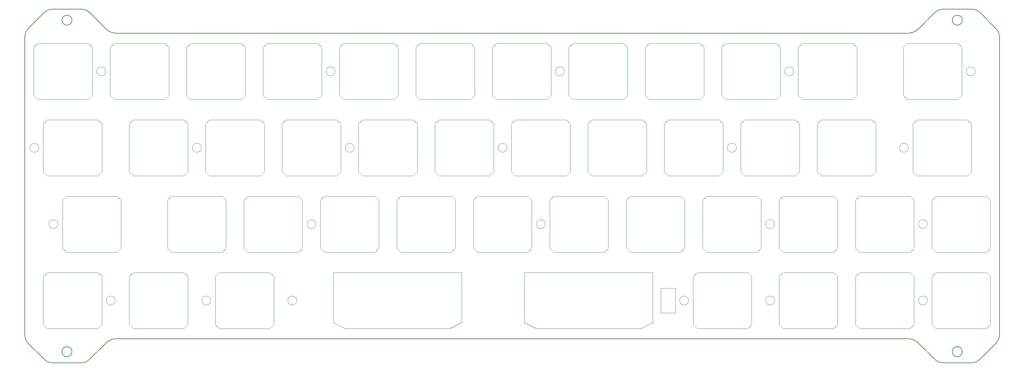
<source format=gbr>
%TF.GenerationSoftware,KiCad,Pcbnew,8.0.5*%
%TF.CreationDate,2024-11-10T15:20:17+01:00*%
%TF.ProjectId,plate split,706c6174-6520-4737-906c-69742e6b6963,rev?*%
%TF.SameCoordinates,Original*%
%TF.FileFunction,Profile,NP*%
%FSLAX46Y46*%
G04 Gerber Fmt 4.6, Leading zero omitted, Abs format (unit mm)*
G04 Created by KiCad (PCBNEW 8.0.5) date 2024-11-10 15:20:17*
%MOMM*%
%LPD*%
G01*
G04 APERTURE LIST*
%TA.AperFunction,Profile*%
%ADD10C,0.200000*%
%TD*%
%TA.AperFunction,Profile*%
%ADD11C,0.100000*%
%TD*%
%TA.AperFunction,Profile*%
%ADD12C,0.120000*%
%TD*%
G04 APERTURE END LIST*
D10*
X45833878Y-21431250D02*
X243091122Y-21431250D01*
X39095133Y-16214739D02*
X43235261Y-20354867D01*
X27942367Y-16214739D02*
G75*
G02*
X29833878Y-15431249I1891533J-1891561D01*
G01*
D11*
X247978782Y-69056250D02*
G75*
G02*
X245733718Y-69056250I-1122532J0D01*
G01*
X245733718Y-69056250D02*
G75*
G02*
X247978782Y-69056250I1122532J0D01*
G01*
X243216282Y-50006250D02*
G75*
G02*
X240971218Y-50006250I-1122532J0D01*
G01*
X240971218Y-50006250D02*
G75*
G02*
X243216282Y-50006250I1122532J0D01*
G01*
X105103782Y-50006250D02*
G75*
G02*
X102858718Y-50006250I-1122532J0D01*
G01*
X102858718Y-50006250D02*
G75*
G02*
X105103782Y-50006250I1122532J0D01*
G01*
X152728782Y-69056250D02*
G75*
G02*
X150483718Y-69056250I-1122532J0D01*
G01*
X150483718Y-69056250D02*
G75*
G02*
X152728782Y-69056250I1122532J0D01*
G01*
D10*
X27942367Y-102847761D02*
X23802239Y-98707633D01*
X256656122Y-18181250D02*
G75*
G02*
X254156122Y-18181250I-1250000J0D01*
G01*
X254156122Y-18181250D02*
G75*
G02*
X256656122Y-18181250I1250000J0D01*
G01*
D11*
X26522532Y-50006250D02*
G75*
G02*
X24277468Y-50006250I-1122532J0D01*
G01*
X24277468Y-50006250D02*
G75*
G02*
X26522532Y-50006250I1122532J0D01*
G01*
D10*
X45833878Y-21431250D02*
G75*
G02*
X43235261Y-20354867I22J3675050D01*
G01*
X29833878Y-103631250D02*
G75*
G02*
X27942368Y-102847760I22J2675050D01*
G01*
D11*
X259885032Y-30956250D02*
G75*
G02*
X257639968Y-30956250I-1122532J0D01*
G01*
X257639968Y-30956250D02*
G75*
G02*
X259885032Y-30956250I1122532J0D01*
G01*
D10*
X256656378Y-100881250D02*
G75*
G02*
X254156378Y-100881250I-1250000J0D01*
G01*
X254156378Y-100881250D02*
G75*
G02*
X256656378Y-100881250I1250000J0D01*
G01*
X23018750Y-96816122D02*
X23018750Y-22246378D01*
X39095133Y-102847761D02*
G75*
G02*
X37203622Y-103631281I-1891533J1891461D01*
G01*
X37203622Y-103631250D02*
X29833878Y-103631250D01*
X37203622Y-15431250D02*
G75*
G02*
X39095132Y-16214740I-22J-2675050D01*
G01*
X249829867Y-102847761D02*
X245689739Y-98707633D01*
D11*
X209878782Y-69056250D02*
G75*
G02*
X207633718Y-69056250I-1122532J0D01*
G01*
X207633718Y-69056250D02*
G75*
G02*
X209878782Y-69056250I1122532J0D01*
G01*
X43191282Y-30956250D02*
G75*
G02*
X40946218Y-30956250I-1122532J0D01*
G01*
X40946218Y-30956250D02*
G75*
G02*
X43191282Y-30956250I1122532J0D01*
G01*
X247978782Y-88106250D02*
G75*
G02*
X245733718Y-88106250I-1122532J0D01*
G01*
X245733718Y-88106250D02*
G75*
G02*
X247978782Y-88106250I1122532J0D01*
G01*
D10*
X251721378Y-103631250D02*
G75*
G02*
X249829859Y-102847769I-78J2674850D01*
G01*
X265122761Y-20354867D02*
G75*
G02*
X265906222Y-22246378I-1891661J-1891533D01*
G01*
D11*
X214641282Y-30956250D02*
G75*
G02*
X212396218Y-30956250I-1122532J0D01*
G01*
X212396218Y-30956250D02*
G75*
G02*
X214641282Y-30956250I1122532J0D01*
G01*
D10*
X265906250Y-96816122D02*
G75*
G02*
X265122769Y-98707641I-2674850J-78D01*
G01*
X245657711Y-20386895D02*
G75*
G02*
X243091122Y-21431220I-2566411J2631295D01*
G01*
D11*
X181557575Y-85028334D02*
X185154924Y-85028334D01*
X185154924Y-91182607D01*
X181557575Y-91182607D01*
X181557575Y-85028334D01*
X90816282Y-88106250D02*
G75*
G02*
X88571218Y-88106250I-1122532J0D01*
G01*
X88571218Y-88106250D02*
G75*
G02*
X90816282Y-88106250I1122532J0D01*
G01*
D10*
X245657711Y-20386895D02*
X249829867Y-16214739D01*
X259091122Y-15431250D02*
G75*
G02*
X260982641Y-16214731I78J-2674850D01*
G01*
X265906250Y-22246378D02*
X265906250Y-96816122D01*
D11*
X188447532Y-88106250D02*
G75*
G02*
X186202468Y-88106250I-1122532J0D01*
G01*
X186202468Y-88106250D02*
G75*
G02*
X188447532Y-88106250I1122532J0D01*
G01*
D10*
X23018750Y-22246378D02*
G75*
G02*
X23802240Y-20354868I2675050J-22D01*
G01*
X23802239Y-98707633D02*
G75*
G02*
X23018749Y-96816122I1891561J1891533D01*
G01*
D11*
X157491282Y-30956250D02*
G75*
G02*
X155246218Y-30956250I-1122532J0D01*
G01*
X155246218Y-30956250D02*
G75*
G02*
X157491282Y-30956250I1122532J0D01*
G01*
X67003782Y-50006250D02*
G75*
G02*
X64758718Y-50006250I-1122532J0D01*
G01*
X64758718Y-50006250D02*
G75*
G02*
X67003782Y-50006250I1122532J0D01*
G01*
D10*
X249829867Y-16214739D02*
G75*
G02*
X251721378Y-15431278I1891533J-1891661D01*
G01*
D11*
X95578782Y-69056250D02*
G75*
G02*
X93333718Y-69056250I-1122532J0D01*
G01*
X93333718Y-69056250D02*
G75*
G02*
X95578782Y-69056250I1122532J0D01*
G01*
D10*
X34768622Y-18181250D02*
G75*
G02*
X32268622Y-18181250I-1250000J0D01*
G01*
X32268622Y-18181250D02*
G75*
G02*
X34768622Y-18181250I1250000J0D01*
G01*
X43235261Y-98707633D02*
X39095133Y-102847761D01*
D11*
X31285032Y-69056250D02*
G75*
G02*
X29039968Y-69056250I-1122532J0D01*
G01*
X29039968Y-69056250D02*
G75*
G02*
X31285032Y-69056250I1122532J0D01*
G01*
X100341282Y-30956250D02*
G75*
G02*
X98096218Y-30956250I-1122532J0D01*
G01*
X98096218Y-30956250D02*
G75*
G02*
X100341282Y-30956250I1122532J0D01*
G01*
X143203782Y-50006250D02*
G75*
G02*
X140958718Y-50006250I-1122532J0D01*
G01*
X140958718Y-50006250D02*
G75*
G02*
X143203782Y-50006250I1122532J0D01*
G01*
D10*
X23802239Y-20354867D02*
X27942367Y-16214739D01*
D11*
X45572532Y-88106250D02*
G75*
G02*
X43327468Y-88106250I-1122532J0D01*
G01*
X43327468Y-88106250D02*
G75*
G02*
X45572532Y-88106250I1122532J0D01*
G01*
X69385032Y-88106250D02*
G75*
G02*
X67139968Y-88106250I-1122532J0D01*
G01*
X67139968Y-88106250D02*
G75*
G02*
X69385032Y-88106250I1122532J0D01*
G01*
D10*
X34768878Y-100881250D02*
G75*
G02*
X32268878Y-100881250I-1250000J0D01*
G01*
X32268878Y-100881250D02*
G75*
G02*
X34768878Y-100881250I1250000J0D01*
G01*
X29833878Y-15431250D02*
X37203622Y-15431250D01*
X251721378Y-15431250D02*
X259091122Y-15431250D01*
D11*
X209878782Y-88106250D02*
G75*
G02*
X207633718Y-88106250I-1122532J0D01*
G01*
X207633718Y-88106250D02*
G75*
G02*
X209878782Y-88106250I1122532J0D01*
G01*
D10*
X260982633Y-102847761D02*
G75*
G02*
X259091122Y-103631222I-1891533J1891661D01*
G01*
X43235261Y-98707633D02*
G75*
G02*
X45833878Y-97631220I2598639J-2598567D01*
G01*
D11*
X200353782Y-50006250D02*
G75*
G02*
X198108718Y-50006250I-1122532J0D01*
G01*
X198108718Y-50006250D02*
G75*
G02*
X200353782Y-50006250I1122532J0D01*
G01*
D10*
X243091122Y-97631250D02*
G75*
G02*
X245689747Y-98707625I78J-3674850D01*
G01*
X243091122Y-97631250D02*
X45833878Y-97631250D01*
X259091122Y-103631250D02*
X251721378Y-103631250D01*
X260982633Y-16214739D02*
X265122761Y-20354867D01*
X265122761Y-98707633D02*
X260982633Y-102847761D01*
D12*
%TO.C,REF\u002A\u002A*%
X139543750Y-24956250D02*
X139543750Y-36956250D01*
X139543750Y-36956250D02*
X140543750Y-37956250D01*
X140543750Y-23956250D02*
X139543750Y-24956250D01*
X140543750Y-37956250D02*
X153143750Y-37956250D01*
X153143750Y-23956250D02*
X140543750Y-23956250D01*
X153143750Y-23956250D02*
X154143750Y-24956250D01*
X153143750Y-37956250D02*
X154143750Y-36956250D01*
X154143750Y-36956250D02*
X154143750Y-24956250D01*
X49056250Y-82106250D02*
X49056250Y-94106250D01*
X49056250Y-94106250D02*
X50056250Y-95106250D01*
X50056250Y-81106250D02*
X49056250Y-82106250D01*
X50056250Y-95106250D02*
X62656250Y-95106250D01*
X62656250Y-81106250D02*
X50056250Y-81106250D01*
X62656250Y-81106250D02*
X63656250Y-82106250D01*
X62656250Y-95106250D02*
X63656250Y-94106250D01*
X63656250Y-94106250D02*
X63656250Y-82106250D01*
X27625000Y-82106250D02*
X27625000Y-94106250D01*
X27625000Y-94106250D02*
X28625000Y-95106250D01*
X28625000Y-81106250D02*
X27625000Y-82106250D01*
X28625000Y-95106250D02*
X41225000Y-95106250D01*
X41225000Y-81106250D02*
X28625000Y-81106250D01*
X41225000Y-81106250D02*
X42225000Y-82106250D01*
X41225000Y-95106250D02*
X42225000Y-94106250D01*
X42225000Y-94106250D02*
X42225000Y-82106250D01*
X106206250Y-44006250D02*
X106206250Y-56006250D01*
X106206250Y-56006250D02*
X107206250Y-57006250D01*
X107206250Y-43006250D02*
X106206250Y-44006250D01*
X107206250Y-57006250D02*
X119806250Y-57006250D01*
X119806250Y-43006250D02*
X107206250Y-43006250D01*
X119806250Y-43006250D02*
X120806250Y-44006250D01*
X119806250Y-57006250D02*
X120806250Y-56006250D01*
X120806250Y-56006250D02*
X120806250Y-44006250D01*
X172881250Y-63056250D02*
X172881250Y-75056250D01*
X172881250Y-75056250D02*
X173881250Y-76056250D01*
X173881250Y-62056250D02*
X172881250Y-63056250D01*
X173881250Y-76056250D02*
X186481250Y-76056250D01*
X186481250Y-62056250D02*
X173881250Y-62056250D01*
X186481250Y-62056250D02*
X187481250Y-63056250D01*
X186481250Y-76056250D02*
X187481250Y-75056250D01*
X187481250Y-75056250D02*
X187481250Y-63056250D01*
X87156250Y-44006250D02*
X87156250Y-56006250D01*
X87156250Y-56006250D02*
X88156250Y-57006250D01*
X88156250Y-43006250D02*
X87156250Y-44006250D01*
X88156250Y-57006250D02*
X100756250Y-57006250D01*
X100756250Y-43006250D02*
X88156250Y-43006250D01*
X100756250Y-43006250D02*
X101756250Y-44006250D01*
X100756250Y-57006250D02*
X101756250Y-56006250D01*
X101756250Y-56006250D02*
X101756250Y-44006250D01*
X68106250Y-44006250D02*
X68106250Y-56006250D01*
X68106250Y-56006250D02*
X69106250Y-57006250D01*
X69106250Y-43006250D02*
X68106250Y-44006250D01*
X69106250Y-57006250D02*
X81706250Y-57006250D01*
X81706250Y-43006250D02*
X69106250Y-43006250D01*
X81706250Y-43006250D02*
X82706250Y-44006250D01*
X81706250Y-57006250D02*
X82706250Y-56006250D01*
X82706250Y-56006250D02*
X82706250Y-44006250D01*
X215743750Y-24956250D02*
X215743750Y-36956250D01*
X215743750Y-36956250D02*
X216743750Y-37956250D01*
X216743750Y-23956250D02*
X215743750Y-24956250D01*
X216743750Y-37956250D02*
X229343750Y-37956250D01*
X229343750Y-23956250D02*
X216743750Y-23956250D01*
X229343750Y-23956250D02*
X230343750Y-24956250D01*
X229343750Y-37956250D02*
X230343750Y-36956250D01*
X230343750Y-36956250D02*
X230343750Y-24956250D01*
X244318750Y-44006250D02*
X244318750Y-56006250D01*
X244318750Y-56006250D02*
X245318750Y-57006250D01*
X245318750Y-43006250D02*
X244318750Y-44006250D01*
X245318750Y-57006250D02*
X257918750Y-57006250D01*
X257918750Y-43006250D02*
X245318750Y-43006250D01*
X257918750Y-43006250D02*
X258918750Y-44006250D01*
X257918750Y-57006250D02*
X258918750Y-56006250D01*
X258918750Y-56006250D02*
X258918750Y-44006250D01*
X241937500Y-24956250D02*
X241937500Y-36956250D01*
X241937500Y-36956250D02*
X242937500Y-37956250D01*
X242937500Y-23956250D02*
X241937500Y-24956250D01*
X242937500Y-37956250D02*
X255537500Y-37956250D01*
X255537500Y-23956250D02*
X242937500Y-23956250D01*
X255537500Y-23956250D02*
X256537500Y-24956250D01*
X255537500Y-37956250D02*
X256537500Y-36956250D01*
X256537500Y-36956250D02*
X256537500Y-24956250D01*
X120493750Y-24956250D02*
X120493750Y-36956250D01*
X120493750Y-36956250D02*
X121493750Y-37956250D01*
X121493750Y-23956250D02*
X120493750Y-24956250D01*
X121493750Y-37956250D02*
X134093750Y-37956250D01*
X134093750Y-23956250D02*
X121493750Y-23956250D01*
X134093750Y-23956250D02*
X135093750Y-24956250D01*
X134093750Y-37956250D02*
X135093750Y-36956250D01*
X135093750Y-36956250D02*
X135093750Y-24956250D01*
X201456250Y-44006250D02*
X201456250Y-56006250D01*
X201456250Y-56006250D02*
X202456250Y-57006250D01*
X202456250Y-43006250D02*
X201456250Y-44006250D01*
X202456250Y-57006250D02*
X215056250Y-57006250D01*
X215056250Y-43006250D02*
X202456250Y-43006250D01*
X215056250Y-43006250D02*
X216056250Y-44006250D01*
X215056250Y-57006250D02*
X216056250Y-56006250D01*
X216056250Y-56006250D02*
X216056250Y-44006250D01*
X77631250Y-63056250D02*
X77631250Y-75056250D01*
X77631250Y-75056250D02*
X78631250Y-76056250D01*
X78631250Y-62056250D02*
X77631250Y-63056250D01*
X78631250Y-76056250D02*
X91231250Y-76056250D01*
X91231250Y-62056250D02*
X78631250Y-62056250D01*
X91231250Y-62056250D02*
X92231250Y-63056250D01*
X91231250Y-76056250D02*
X92231250Y-75056250D01*
X92231250Y-75056250D02*
X92231250Y-63056250D01*
X99887500Y-81106250D02*
X131887500Y-81106250D01*
X99887500Y-88106250D02*
X99887500Y-81106250D01*
X99887500Y-88106250D02*
X99887500Y-93606250D01*
X99887500Y-93606250D02*
X102887500Y-95106250D01*
X128887500Y-95106250D02*
X102887500Y-95106250D01*
X131887500Y-81106250D02*
X131887500Y-88106250D01*
X131887500Y-88106250D02*
X131887500Y-93606250D01*
X131887500Y-93606250D02*
X128887500Y-95106250D01*
X32387500Y-63056250D02*
X32387500Y-75056250D01*
X32387500Y-75056250D02*
X33387500Y-76056250D01*
X33387500Y-62056250D02*
X32387500Y-63056250D01*
X33387500Y-76056250D02*
X45987500Y-76056250D01*
X45987500Y-62056250D02*
X33387500Y-62056250D01*
X45987500Y-62056250D02*
X46987500Y-63056250D01*
X45987500Y-76056250D02*
X46987500Y-75056250D01*
X46987500Y-75056250D02*
X46987500Y-63056250D01*
X191931250Y-63056250D02*
X191931250Y-75056250D01*
X191931250Y-75056250D02*
X192931250Y-76056250D01*
X192931250Y-62056250D02*
X191931250Y-63056250D01*
X192931250Y-76056250D02*
X205531250Y-76056250D01*
X205531250Y-62056250D02*
X192931250Y-62056250D01*
X205531250Y-62056250D02*
X206531250Y-63056250D01*
X205531250Y-76056250D02*
X206531250Y-75056250D01*
X206531250Y-75056250D02*
X206531250Y-63056250D01*
X189550000Y-82106250D02*
X189550000Y-94106250D01*
X189550000Y-94106250D02*
X190550000Y-95106250D01*
X190550000Y-81106250D02*
X189550000Y-82106250D01*
X190550000Y-95106250D02*
X203150000Y-95106250D01*
X203150000Y-81106250D02*
X190550000Y-81106250D01*
X203150000Y-81106250D02*
X204150000Y-82106250D01*
X203150000Y-95106250D02*
X204150000Y-94106250D01*
X204150000Y-94106250D02*
X204150000Y-82106250D01*
X182406250Y-44006250D02*
X182406250Y-56006250D01*
X182406250Y-56006250D02*
X183406250Y-57006250D01*
X183406250Y-43006250D02*
X182406250Y-44006250D01*
X183406250Y-57006250D02*
X196006250Y-57006250D01*
X196006250Y-43006250D02*
X183406250Y-43006250D01*
X196006250Y-43006250D02*
X197006250Y-44006250D01*
X196006250Y-57006250D02*
X197006250Y-56006250D01*
X197006250Y-56006250D02*
X197006250Y-44006250D01*
X27625000Y-44006250D02*
X27625000Y-56006250D01*
X27625000Y-56006250D02*
X28625000Y-57006250D01*
X28625000Y-43006250D02*
X27625000Y-44006250D01*
X28625000Y-57006250D02*
X41225000Y-57006250D01*
X41225000Y-43006250D02*
X28625000Y-43006250D01*
X41225000Y-43006250D02*
X42225000Y-44006250D01*
X41225000Y-57006250D02*
X42225000Y-56006250D01*
X42225000Y-56006250D02*
X42225000Y-44006250D01*
X49056250Y-44006250D02*
X49056250Y-56006250D01*
X49056250Y-56006250D02*
X50056250Y-57006250D01*
X50056250Y-43006250D02*
X49056250Y-44006250D01*
X50056250Y-57006250D02*
X62656250Y-57006250D01*
X62656250Y-43006250D02*
X50056250Y-43006250D01*
X62656250Y-43006250D02*
X63656250Y-44006250D01*
X62656250Y-57006250D02*
X63656250Y-56006250D01*
X63656250Y-56006250D02*
X63656250Y-44006250D01*
X249081250Y-82106250D02*
X249081250Y-94106250D01*
X249081250Y-94106250D02*
X250081250Y-95106250D01*
X250081250Y-81106250D02*
X249081250Y-82106250D01*
X250081250Y-95106250D02*
X262681250Y-95106250D01*
X262681250Y-81106250D02*
X250081250Y-81106250D01*
X262681250Y-81106250D02*
X263681250Y-82106250D01*
X262681250Y-95106250D02*
X263681250Y-94106250D01*
X263681250Y-94106250D02*
X263681250Y-82106250D01*
X115731250Y-63056250D02*
X115731250Y-75056250D01*
X115731250Y-75056250D02*
X116731250Y-76056250D01*
X116731250Y-62056250D02*
X115731250Y-63056250D01*
X116731250Y-76056250D02*
X129331250Y-76056250D01*
X129331250Y-62056250D02*
X116731250Y-62056250D01*
X129331250Y-62056250D02*
X130331250Y-63056250D01*
X129331250Y-76056250D02*
X130331250Y-75056250D01*
X130331250Y-75056250D02*
X130331250Y-63056250D01*
X25243750Y-24956250D02*
X25243750Y-36956250D01*
X25243750Y-36956250D02*
X26243750Y-37956250D01*
X26243750Y-23956250D02*
X25243750Y-24956250D01*
X26243750Y-37956250D02*
X38843750Y-37956250D01*
X38843750Y-23956250D02*
X26243750Y-23956250D01*
X38843750Y-23956250D02*
X39843750Y-24956250D01*
X38843750Y-37956250D02*
X39843750Y-36956250D01*
X39843750Y-36956250D02*
X39843750Y-24956250D01*
X153831250Y-63056250D02*
X153831250Y-75056250D01*
X153831250Y-75056250D02*
X154831250Y-76056250D01*
X154831250Y-62056250D02*
X153831250Y-63056250D01*
X154831250Y-76056250D02*
X167431250Y-76056250D01*
X167431250Y-62056250D02*
X154831250Y-62056250D01*
X167431250Y-62056250D02*
X168431250Y-63056250D01*
X167431250Y-76056250D02*
X168431250Y-75056250D01*
X168431250Y-75056250D02*
X168431250Y-63056250D01*
X125256250Y-44006250D02*
X125256250Y-56006250D01*
X125256250Y-56006250D02*
X126256250Y-57006250D01*
X126256250Y-43006250D02*
X125256250Y-44006250D01*
X126256250Y-57006250D02*
X138856250Y-57006250D01*
X138856250Y-43006250D02*
X126256250Y-43006250D01*
X138856250Y-43006250D02*
X139856250Y-44006250D01*
X138856250Y-57006250D02*
X139856250Y-56006250D01*
X139856250Y-56006250D02*
X139856250Y-44006250D01*
X58581250Y-63056250D02*
X58581250Y-75056250D01*
X58581250Y-75056250D02*
X59581250Y-76056250D01*
X59581250Y-62056250D02*
X58581250Y-63056250D01*
X59581250Y-76056250D02*
X72181250Y-76056250D01*
X72181250Y-62056250D02*
X59581250Y-62056250D01*
X72181250Y-62056250D02*
X73181250Y-63056250D01*
X72181250Y-76056250D02*
X73181250Y-75056250D01*
X73181250Y-75056250D02*
X73181250Y-63056250D01*
X101443750Y-24956250D02*
X101443750Y-36956250D01*
X101443750Y-36956250D02*
X102443750Y-37956250D01*
X102443750Y-23956250D02*
X101443750Y-24956250D01*
X102443750Y-37956250D02*
X115043750Y-37956250D01*
X115043750Y-23956250D02*
X102443750Y-23956250D01*
X115043750Y-23956250D02*
X116043750Y-24956250D01*
X115043750Y-37956250D02*
X116043750Y-36956250D01*
X116043750Y-36956250D02*
X116043750Y-24956250D01*
X44293750Y-24956250D02*
X44293750Y-36956250D01*
X44293750Y-36956250D02*
X45293750Y-37956250D01*
X45293750Y-23956250D02*
X44293750Y-24956250D01*
X45293750Y-37956250D02*
X57893750Y-37956250D01*
X57893750Y-23956250D02*
X45293750Y-23956250D01*
X57893750Y-23956250D02*
X58893750Y-24956250D01*
X57893750Y-37956250D02*
X58893750Y-36956250D01*
X58893750Y-36956250D02*
X58893750Y-24956250D01*
X230031250Y-63056250D02*
X230031250Y-75056250D01*
X230031250Y-75056250D02*
X231031250Y-76056250D01*
X231031250Y-62056250D02*
X230031250Y-63056250D01*
X231031250Y-76056250D02*
X243631250Y-76056250D01*
X243631250Y-62056250D02*
X231031250Y-62056250D01*
X243631250Y-62056250D02*
X244631250Y-63056250D01*
X243631250Y-76056250D02*
X244631250Y-75056250D01*
X244631250Y-75056250D02*
X244631250Y-63056250D01*
X249081250Y-63056250D02*
X249081250Y-75056250D01*
X249081250Y-75056250D02*
X250081250Y-76056250D01*
X250081250Y-62056250D02*
X249081250Y-63056250D01*
X250081250Y-76056250D02*
X262681250Y-76056250D01*
X262681250Y-62056250D02*
X250081250Y-62056250D01*
X262681250Y-62056250D02*
X263681250Y-63056250D01*
X262681250Y-76056250D02*
X263681250Y-75056250D01*
X263681250Y-75056250D02*
X263681250Y-63056250D01*
X210981250Y-82106250D02*
X210981250Y-94106250D01*
X210981250Y-94106250D02*
X211981250Y-95106250D01*
X211981250Y-81106250D02*
X210981250Y-82106250D01*
X211981250Y-95106250D02*
X224581250Y-95106250D01*
X224581250Y-81106250D02*
X211981250Y-81106250D01*
X224581250Y-81106250D02*
X225581250Y-82106250D01*
X224581250Y-95106250D02*
X225581250Y-94106250D01*
X225581250Y-94106250D02*
X225581250Y-82106250D01*
X96681250Y-63056250D02*
X96681250Y-75056250D01*
X96681250Y-75056250D02*
X97681250Y-76056250D01*
X97681250Y-62056250D02*
X96681250Y-63056250D01*
X97681250Y-76056250D02*
X110281250Y-76056250D01*
X110281250Y-62056250D02*
X97681250Y-62056250D01*
X110281250Y-62056250D02*
X111281250Y-63056250D01*
X110281250Y-76056250D02*
X111281250Y-75056250D01*
X111281250Y-75056250D02*
X111281250Y-63056250D01*
X163356250Y-44006250D02*
X163356250Y-56006250D01*
X163356250Y-56006250D02*
X164356250Y-57006250D01*
X164356250Y-43006250D02*
X163356250Y-44006250D01*
X164356250Y-57006250D02*
X176956250Y-57006250D01*
X176956250Y-43006250D02*
X164356250Y-43006250D01*
X176956250Y-43006250D02*
X177956250Y-44006250D01*
X176956250Y-57006250D02*
X177956250Y-56006250D01*
X177956250Y-56006250D02*
X177956250Y-44006250D01*
X82393750Y-24956250D02*
X82393750Y-36956250D01*
X82393750Y-36956250D02*
X83393750Y-37956250D01*
X83393750Y-23956250D02*
X82393750Y-24956250D01*
X83393750Y-37956250D02*
X95993750Y-37956250D01*
X95993750Y-23956250D02*
X83393750Y-23956250D01*
X95993750Y-23956250D02*
X96993750Y-24956250D01*
X95993750Y-37956250D02*
X96993750Y-36956250D01*
X96993750Y-36956250D02*
X96993750Y-24956250D01*
X147512500Y-81106250D02*
X179512500Y-81106250D01*
X147512500Y-88106250D02*
X147512500Y-81106250D01*
X147512500Y-88106250D02*
X147512500Y-93606250D01*
X147512500Y-93606250D02*
X150512500Y-95106250D01*
X176512500Y-95106250D02*
X150512500Y-95106250D01*
X179512500Y-81106250D02*
X179512500Y-88106250D01*
X179512500Y-88106250D02*
X179512500Y-93606250D01*
X179512500Y-93606250D02*
X176512500Y-95106250D01*
X70487500Y-82106250D02*
X70487500Y-94106250D01*
X70487500Y-94106250D02*
X71487500Y-95106250D01*
X71487500Y-81106250D02*
X70487500Y-82106250D01*
X71487500Y-95106250D02*
X84087500Y-95106250D01*
X84087500Y-81106250D02*
X71487500Y-81106250D01*
X84087500Y-81106250D02*
X85087500Y-82106250D01*
X84087500Y-95106250D02*
X85087500Y-94106250D01*
X85087500Y-94106250D02*
X85087500Y-82106250D01*
X210981250Y-63056250D02*
X210981250Y-75056250D01*
X210981250Y-75056250D02*
X211981250Y-76056250D01*
X211981250Y-62056250D02*
X210981250Y-63056250D01*
X211981250Y-76056250D02*
X224581250Y-76056250D01*
X224581250Y-62056250D02*
X211981250Y-62056250D01*
X224581250Y-62056250D02*
X225581250Y-63056250D01*
X224581250Y-76056250D02*
X225581250Y-75056250D01*
X225581250Y-75056250D02*
X225581250Y-63056250D01*
X196693750Y-24956250D02*
X196693750Y-36956250D01*
X196693750Y-36956250D02*
X197693750Y-37956250D01*
X197693750Y-23956250D02*
X196693750Y-24956250D01*
X197693750Y-37956250D02*
X210293750Y-37956250D01*
X210293750Y-23956250D02*
X197693750Y-23956250D01*
X210293750Y-23956250D02*
X211293750Y-24956250D01*
X210293750Y-37956250D02*
X211293750Y-36956250D01*
X211293750Y-36956250D02*
X211293750Y-24956250D01*
X134781250Y-63056250D02*
X134781250Y-75056250D01*
X134781250Y-75056250D02*
X135781250Y-76056250D01*
X135781250Y-62056250D02*
X134781250Y-63056250D01*
X135781250Y-76056250D02*
X148381250Y-76056250D01*
X148381250Y-62056250D02*
X135781250Y-62056250D01*
X148381250Y-62056250D02*
X149381250Y-63056250D01*
X148381250Y-76056250D02*
X149381250Y-75056250D01*
X149381250Y-75056250D02*
X149381250Y-63056250D01*
X177643750Y-24956250D02*
X177643750Y-36956250D01*
X177643750Y-36956250D02*
X178643750Y-37956250D01*
X178643750Y-23956250D02*
X177643750Y-24956250D01*
X178643750Y-37956250D02*
X191243750Y-37956250D01*
X191243750Y-23956250D02*
X178643750Y-23956250D01*
X191243750Y-23956250D02*
X192243750Y-24956250D01*
X191243750Y-37956250D02*
X192243750Y-36956250D01*
X192243750Y-36956250D02*
X192243750Y-24956250D01*
X220506250Y-44006250D02*
X220506250Y-56006250D01*
X220506250Y-56006250D02*
X221506250Y-57006250D01*
X221506250Y-43006250D02*
X220506250Y-44006250D01*
X221506250Y-57006250D02*
X234106250Y-57006250D01*
X234106250Y-43006250D02*
X221506250Y-43006250D01*
X234106250Y-43006250D02*
X235106250Y-44006250D01*
X234106250Y-57006250D02*
X235106250Y-56006250D01*
X235106250Y-56006250D02*
X235106250Y-44006250D01*
X63343750Y-24956250D02*
X63343750Y-36956250D01*
X63343750Y-36956250D02*
X64343750Y-37956250D01*
X64343750Y-23956250D02*
X63343750Y-24956250D01*
X64343750Y-37956250D02*
X76943750Y-37956250D01*
X76943750Y-23956250D02*
X64343750Y-23956250D01*
X76943750Y-23956250D02*
X77943750Y-24956250D01*
X76943750Y-37956250D02*
X77943750Y-36956250D01*
X77943750Y-36956250D02*
X77943750Y-24956250D01*
X144306250Y-44006250D02*
X144306250Y-56006250D01*
X144306250Y-56006250D02*
X145306250Y-57006250D01*
X145306250Y-43006250D02*
X144306250Y-44006250D01*
X145306250Y-57006250D02*
X157906250Y-57006250D01*
X157906250Y-43006250D02*
X145306250Y-43006250D01*
X157906250Y-43006250D02*
X158906250Y-44006250D01*
X157906250Y-57006250D02*
X158906250Y-56006250D01*
X158906250Y-56006250D02*
X158906250Y-44006250D01*
X158593750Y-24956250D02*
X158593750Y-36956250D01*
X158593750Y-36956250D02*
X159593750Y-37956250D01*
X159593750Y-23956250D02*
X158593750Y-24956250D01*
X159593750Y-37956250D02*
X172193750Y-37956250D01*
X172193750Y-23956250D02*
X159593750Y-23956250D01*
X172193750Y-23956250D02*
X173193750Y-24956250D01*
X172193750Y-37956250D02*
X173193750Y-36956250D01*
X173193750Y-36956250D02*
X173193750Y-24956250D01*
X230031250Y-82106250D02*
X230031250Y-94106250D01*
X230031250Y-94106250D02*
X231031250Y-95106250D01*
X231031250Y-81106250D02*
X230031250Y-82106250D01*
X231031250Y-95106250D02*
X243631250Y-95106250D01*
X243631250Y-81106250D02*
X231031250Y-81106250D01*
X243631250Y-81106250D02*
X244631250Y-82106250D01*
X243631250Y-95106250D02*
X244631250Y-94106250D01*
X244631250Y-94106250D02*
X244631250Y-82106250D01*
%TD*%
M02*

</source>
